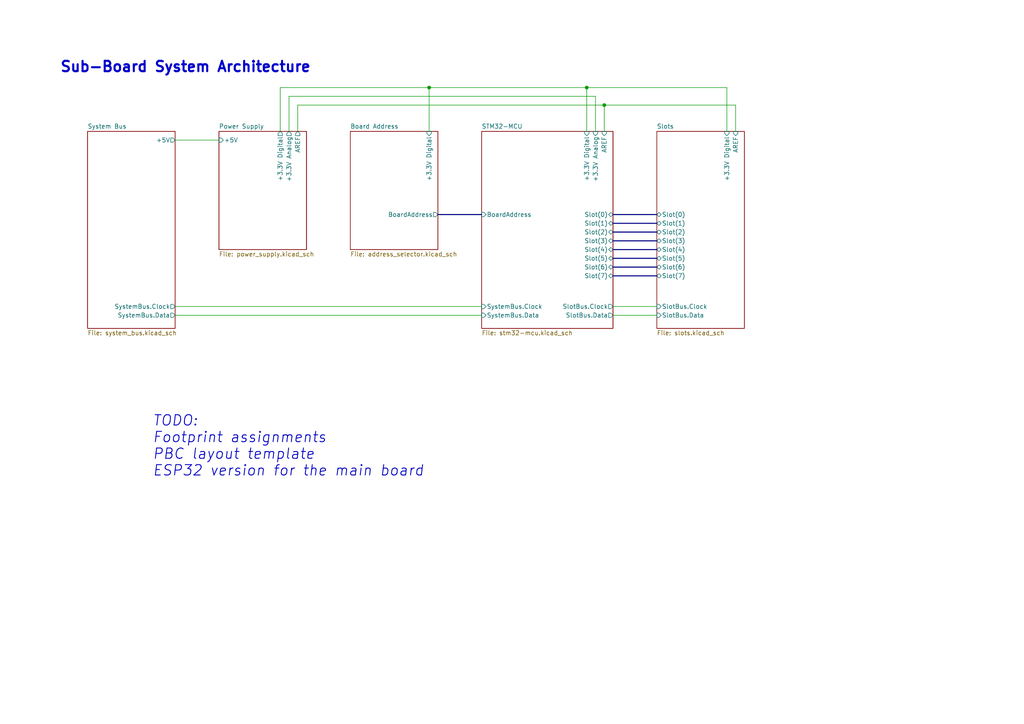
<source format=kicad_sch>
(kicad_sch
	(version 20250114)
	(generator "eeschema")
	(generator_version "9.0")
	(uuid "f9cf8dcb-b299-4fad-bb24-e1dfd3a00b1a")
	(paper "A4")
	(title_block
		(title "Modular Music Controller – Template")
		(date "2025-11-01")
		(rev "1")
		(company "Dennis Schulmeister-Zimolong")
	)
	(lib_symbols)
	(text "Sub-Board System Architecture"
		(exclude_from_sim no)
		(at 17.272 17.78 0)
		(effects
			(font
				(size 3 3)
				(thickness 0.6)
				(bold yes)
			)
			(justify left top)
		)
		(uuid "4e297d83-fae7-48fc-8cba-adc0d89d5c70")
	)
	(text "TODO:\nFootprint assignments\nPBC layout template\nESP32 version for the main board"
		(exclude_from_sim no)
		(at 44.196 120.396 0)
		(effects
			(font
				(size 3 3)
				(thickness 0.254)
				(bold yes)
				(italic yes)
			)
			(justify left top)
		)
		(uuid "5070a027-cb84-4a1e-b210-11ab28629c48")
	)
	(junction
		(at 124.46 25.4)
		(diameter 0)
		(color 0 0 0 0)
		(uuid "653d473d-b6f4-452d-9d51-f230a29f936c")
	)
	(junction
		(at 170.18 25.4)
		(diameter 0)
		(color 0 0 0 0)
		(uuid "7a91ef29-50d2-4806-ae08-c7fbd01cf080")
	)
	(junction
		(at 175.26 30.48)
		(diameter 0)
		(color 0 0 0 0)
		(uuid "df7fdf72-5cc7-489c-a5f7-9bb2c42a8beb")
	)
	(wire
		(pts
			(xy 170.18 25.4) (xy 210.82 25.4)
		)
		(stroke
			(width 0)
			(type default)
		)
		(uuid "0ac54140-14fd-4b00-a828-45ae0592503b")
	)
	(wire
		(pts
			(xy 170.18 25.4) (xy 170.18 38.1)
		)
		(stroke
			(width 0)
			(type default)
		)
		(uuid "1215b227-43df-4fbd-9ab2-2c8616f848cb")
	)
	(wire
		(pts
			(xy 50.8 40.64) (xy 63.5 40.64)
		)
		(stroke
			(width 0)
			(type default)
		)
		(uuid "15420ad0-171f-427e-a4c8-66a28499b28f")
	)
	(wire
		(pts
			(xy 175.26 30.48) (xy 213.36 30.48)
		)
		(stroke
			(width 0)
			(type default)
		)
		(uuid "21546f7b-247c-45ab-aa30-5d26dd81f55b")
	)
	(wire
		(pts
			(xy 177.8 88.9) (xy 190.5 88.9)
		)
		(stroke
			(width 0)
			(type default)
		)
		(uuid "3230edd7-3013-4082-9fc1-5d8d65b3e2e3")
	)
	(wire
		(pts
			(xy 213.36 30.48) (xy 213.36 38.1)
		)
		(stroke
			(width 0)
			(type default)
		)
		(uuid "5400b5f1-668a-4a10-9d02-6e8e20f08592")
	)
	(wire
		(pts
			(xy 81.28 38.1) (xy 81.28 25.4)
		)
		(stroke
			(width 0)
			(type default)
		)
		(uuid "56ac0516-f3bc-4d2a-9b9b-bf5b03ed4463")
	)
	(wire
		(pts
			(xy 50.8 88.9) (xy 139.7 88.9)
		)
		(stroke
			(width 0)
			(type default)
		)
		(uuid "5c23e83c-d8b7-482b-ab99-78928e388c45")
	)
	(wire
		(pts
			(xy 172.72 38.1) (xy 172.72 27.94)
		)
		(stroke
			(width 0)
			(type default)
		)
		(uuid "60f8e575-1546-4c44-a7dd-4f6372332cdd")
	)
	(wire
		(pts
			(xy 210.82 25.4) (xy 210.82 38.1)
		)
		(stroke
			(width 0)
			(type default)
		)
		(uuid "63b9301f-6888-4c8b-a07e-f843a464e5e8")
	)
	(bus
		(pts
			(xy 127 62.23) (xy 139.7 62.23)
		)
		(stroke
			(width 0)
			(type default)
		)
		(uuid "6f0b1e0f-d80d-4b40-860a-d1517012b3d2")
	)
	(bus
		(pts
			(xy 177.8 80.01) (xy 190.5 80.01)
		)
		(stroke
			(width 0)
			(type default)
		)
		(uuid "7715e0e2-cc04-4963-81ba-6c7febf12e8a")
	)
	(bus
		(pts
			(xy 177.8 72.39) (xy 190.5 72.39)
		)
		(stroke
			(width 0)
			(type default)
		)
		(uuid "7af43a7b-783c-4e7c-93fa-e2e61dba3bfa")
	)
	(wire
		(pts
			(xy 124.46 25.4) (xy 124.46 38.1)
		)
		(stroke
			(width 0)
			(type default)
		)
		(uuid "8403fda5-5c67-4f80-b5d9-bd35fd0db08a")
	)
	(bus
		(pts
			(xy 177.8 67.31) (xy 190.5 67.31)
		)
		(stroke
			(width 0)
			(type default)
		)
		(uuid "89cc6c3b-968b-4e7e-b904-f8dcbe31f142")
	)
	(bus
		(pts
			(xy 177.8 74.93) (xy 190.5 74.93)
		)
		(stroke
			(width 0)
			(type default)
		)
		(uuid "8db19a69-4d4b-46fa-b5a7-858c771cdd90")
	)
	(wire
		(pts
			(xy 81.28 25.4) (xy 124.46 25.4)
		)
		(stroke
			(width 0)
			(type default)
		)
		(uuid "91d4d47d-7b22-422f-98af-752c30189fa9")
	)
	(wire
		(pts
			(xy 177.8 91.44) (xy 190.5 91.44)
		)
		(stroke
			(width 0)
			(type default)
		)
		(uuid "9669b872-9f4f-44a7-86fc-e401296948c2")
	)
	(wire
		(pts
			(xy 83.82 27.94) (xy 83.82 38.1)
		)
		(stroke
			(width 0)
			(type default)
		)
		(uuid "986ccde3-d3d2-4c74-aa01-0761cac55ebd")
	)
	(wire
		(pts
			(xy 86.36 38.1) (xy 86.36 30.48)
		)
		(stroke
			(width 0)
			(type default)
		)
		(uuid "9cda4f9f-40ff-4114-87cb-d5eef9da6d15")
	)
	(wire
		(pts
			(xy 175.26 30.48) (xy 175.26 38.1)
		)
		(stroke
			(width 0)
			(type default)
		)
		(uuid "b60f2003-399a-48fa-b423-b34f60e2f81e")
	)
	(bus
		(pts
			(xy 177.8 77.47) (xy 190.5 77.47)
		)
		(stroke
			(width 0)
			(type default)
		)
		(uuid "b7d4ea2c-1833-482e-9b84-a708fb94b3be")
	)
	(wire
		(pts
			(xy 124.46 25.4) (xy 170.18 25.4)
		)
		(stroke
			(width 0)
			(type default)
		)
		(uuid "c64d4f76-87da-4dd5-b173-305c1351a5ba")
	)
	(bus
		(pts
			(xy 177.8 69.85) (xy 190.5 69.85)
		)
		(stroke
			(width 0)
			(type default)
		)
		(uuid "d9f88646-8547-4896-b095-5960c77e3ac0")
	)
	(wire
		(pts
			(xy 86.36 30.48) (xy 175.26 30.48)
		)
		(stroke
			(width 0)
			(type default)
		)
		(uuid "da56e9b7-429b-41c6-b99a-b6f8d57d94bb")
	)
	(bus
		(pts
			(xy 177.8 64.77) (xy 190.5 64.77)
		)
		(stroke
			(width 0)
			(type default)
		)
		(uuid "dca1d601-8a46-41cc-9bdf-11c87894c8f1")
	)
	(wire
		(pts
			(xy 50.8 91.44) (xy 139.7 91.44)
		)
		(stroke
			(width 0)
			(type default)
		)
		(uuid "e7fc5e1f-cf31-4693-832f-4c3e72da7f24")
	)
	(bus
		(pts
			(xy 177.8 62.23) (xy 190.5 62.23)
		)
		(stroke
			(width 0)
			(type default)
		)
		(uuid "e91fa278-40d9-4b3f-8147-fffac83e5f12")
	)
	(wire
		(pts
			(xy 172.72 27.94) (xy 83.82 27.94)
		)
		(stroke
			(width 0)
			(type default)
		)
		(uuid "f220d126-ddf1-4c53-a1d9-31d7fc6c6e3e")
	)
	(sheet
		(at 101.6 38.1)
		(size 25.4 34.29)
		(exclude_from_sim no)
		(in_bom yes)
		(on_board yes)
		(dnp no)
		(fields_autoplaced yes)
		(stroke
			(width 0.1524)
			(type solid)
		)
		(fill
			(color 0 0 0 0.0000)
		)
		(uuid "0d3a9f9f-f57a-40a2-884d-240f1a33dfd6")
		(property "Sheetname" "Board Address"
			(at 101.6 37.3884 0)
			(effects
				(font
					(size 1.27 1.27)
				)
				(justify left bottom)
			)
		)
		(property "Sheetfile" "address_selector.kicad_sch"
			(at 101.6 72.9746 0)
			(effects
				(font
					(size 1.27 1.27)
				)
				(justify left top)
			)
		)
		(pin "+3.3V Digital" input
			(at 124.46 38.1 90)
			(uuid "6b0a8222-64e0-4fa7-9c4b-f51e878507a8")
			(effects
				(font
					(size 1.27 1.27)
				)
				(justify right)
			)
		)
		(pin "BoardAddress" output
			(at 127 62.23 0)
			(uuid "5822b72d-888f-49b4-8588-e2cfaea0acf7")
			(effects
				(font
					(size 1.27 1.27)
				)
				(justify right)
			)
		)
		(instances
			(project "Sub-Board"
				(path "/f9cf8dcb-b299-4fad-bb24-e1dfd3a00b1a"
					(page "4")
				)
			)
		)
	)
	(sheet
		(at 63.5 38.1)
		(size 25.4 34.29)
		(exclude_from_sim no)
		(in_bom yes)
		(on_board yes)
		(dnp no)
		(fields_autoplaced yes)
		(stroke
			(width 0.1524)
			(type solid)
		)
		(fill
			(color 0 0 0 0.0000)
		)
		(uuid "67d6849d-c619-4fbf-9b28-62bd1b7fad7b")
		(property "Sheetname" "Power Supply"
			(at 63.5 37.3884 0)
			(effects
				(font
					(size 1.27 1.27)
				)
				(justify left bottom)
			)
		)
		(property "Sheetfile" "power_supply.kicad_sch"
			(at 63.5 72.9746 0)
			(effects
				(font
					(size 1.27 1.27)
				)
				(justify left top)
			)
		)
		(pin "+3.3V Digital" output
			(at 81.28 38.1 90)
			(uuid "7398635b-d742-4a25-8f07-74f617a2e935")
			(effects
				(font
					(size 1.27 1.27)
				)
				(justify right)
			)
		)
		(pin "AREF" output
			(at 86.36 38.1 90)
			(uuid "e22ef7a5-5e14-4002-8124-4d63cf1755bf")
			(effects
				(font
					(size 1.27 1.27)
				)
				(justify right)
			)
		)
		(pin "+5V" input
			(at 63.5 40.64 180)
			(uuid "1ff9cd1f-f6a0-4a7c-8cff-29f661474754")
			(effects
				(font
					(size 1.27 1.27)
				)
				(justify left)
			)
		)
		(pin "+3.3V Analog" output
			(at 83.82 38.1 90)
			(uuid "261c8c55-d616-4629-a850-20c152325ca2")
			(effects
				(font
					(size 1.27 1.27)
				)
				(justify right)
			)
		)
		(instances
			(project "Sub-Board"
				(path "/f9cf8dcb-b299-4fad-bb24-e1dfd3a00b1a"
					(page "3")
				)
			)
		)
	)
	(sheet
		(at 190.5 38.1)
		(size 25.4 57.15)
		(exclude_from_sim no)
		(in_bom yes)
		(on_board yes)
		(dnp no)
		(fields_autoplaced yes)
		(stroke
			(width 0.1524)
			(type solid)
		)
		(fill
			(color 0 0 0 0.0000)
		)
		(uuid "ab7b82b4-1aa0-4f6e-8727-84bfead47e04")
		(property "Sheetname" "Slots"
			(at 190.5 37.3884 0)
			(effects
				(font
					(size 1.27 1.27)
				)
				(justify left bottom)
			)
		)
		(property "Sheetfile" "slots.kicad_sch"
			(at 190.5 95.8346 0)
			(effects
				(font
					(size 1.27 1.27)
				)
				(justify left top)
			)
		)
		(pin "Slot(0)" bidirectional
			(at 190.5 62.23 180)
			(uuid "9922b4eb-a344-4b95-996f-d11cd61b6287")
			(effects
				(font
					(size 1.27 1.27)
				)
				(justify left)
			)
		)
		(pin "Slot(6)" bidirectional
			(at 190.5 77.47 180)
			(uuid "55b01894-0347-4109-9498-5c49ab74a76b")
			(effects
				(font
					(size 1.27 1.27)
				)
				(justify left)
			)
		)
		(pin "Slot(4)" bidirectional
			(at 190.5 72.39 180)
			(uuid "3a07efeb-7f76-4656-ae7c-daf6de431861")
			(effects
				(font
					(size 1.27 1.27)
				)
				(justify left)
			)
		)
		(pin "Slot(5)" bidirectional
			(at 190.5 74.93 180)
			(uuid "ba06627f-9015-4a46-b252-4dc5e47c2687")
			(effects
				(font
					(size 1.27 1.27)
				)
				(justify left)
			)
		)
		(pin "Slot(2)" bidirectional
			(at 190.5 67.31 180)
			(uuid "0e15f7be-01ad-408d-940e-33ed94ea9d67")
			(effects
				(font
					(size 1.27 1.27)
				)
				(justify left)
			)
		)
		(pin "Slot(3)" bidirectional
			(at 190.5 69.85 180)
			(uuid "59244c86-cbad-4c53-8b2c-92fc97b154ee")
			(effects
				(font
					(size 1.27 1.27)
				)
				(justify left)
			)
		)
		(pin "SlotBus.Clock" input
			(at 190.5 88.9 180)
			(uuid "9b7f7954-51d2-4812-880b-87de5337d7ca")
			(effects
				(font
					(size 1.27 1.27)
				)
				(justify left)
			)
		)
		(pin "Slot(7)" bidirectional
			(at 190.5 80.01 180)
			(uuid "ca5006e4-222a-4934-b558-adf6af08cb11")
			(effects
				(font
					(size 1.27 1.27)
				)
				(justify left)
			)
		)
		(pin "+3.3V Digital" input
			(at 210.82 38.1 90)
			(uuid "2897efc9-bedb-430a-8432-b0b618ff94d1")
			(effects
				(font
					(size 1.27 1.27)
				)
				(justify right)
			)
		)
		(pin "AREF" input
			(at 213.36 38.1 90)
			(uuid "9528d839-94a4-45b1-ab3d-bb7bc702bfe3")
			(effects
				(font
					(size 1.27 1.27)
				)
				(justify right)
			)
		)
		(pin "SlotBus.Data" input
			(at 190.5 91.44 180)
			(uuid "0280b497-b295-40b2-8631-b480d107c4b5")
			(effects
				(font
					(size 1.27 1.27)
				)
				(justify left)
			)
		)
		(pin "Slot(1)" bidirectional
			(at 190.5 64.77 180)
			(uuid "84b61f86-163a-427a-9943-edc33e44fb16")
			(effects
				(font
					(size 1.27 1.27)
				)
				(justify left)
			)
		)
		(instances
			(project "Sub-Board"
				(path "/f9cf8dcb-b299-4fad-bb24-e1dfd3a00b1a"
					(page "6")
				)
			)
		)
	)
	(sheet
		(at 139.7 38.1)
		(size 38.1 57.15)
		(exclude_from_sim no)
		(in_bom yes)
		(on_board yes)
		(dnp no)
		(fields_autoplaced yes)
		(stroke
			(width 0.1524)
			(type solid)
		)
		(fill
			(color 0 0 0 0.0000)
		)
		(uuid "af464ea0-7d15-463a-8e73-bf1e691932bb")
		(property "Sheetname" "STM32-MCU"
			(at 139.7 37.3884 0)
			(effects
				(font
					(size 1.27 1.27)
				)
				(justify left bottom)
			)
		)
		(property "Sheetfile" "stm32-mcu.kicad_sch"
			(at 139.7 95.8346 0)
			(effects
				(font
					(size 1.27 1.27)
				)
				(justify left top)
			)
		)
		(pin "+3.3V Digital" input
			(at 170.18 38.1 90)
			(uuid "b89a219f-4c13-4cbf-a4c4-f3c6195722af")
			(effects
				(font
					(size 1.27 1.27)
				)
				(justify right)
			)
		)
		(pin "SystemBus.Clock" input
			(at 139.7 88.9 180)
			(uuid "caa219dc-4690-4ea4-9fb7-1f47790de3cd")
			(effects
				(font
					(size 1.27 1.27)
				)
				(justify left)
			)
		)
		(pin "AREF" input
			(at 175.26 38.1 90)
			(uuid "2d744355-8814-4078-bfcc-a0da63889049")
			(effects
				(font
					(size 1.27 1.27)
				)
				(justify right)
			)
		)
		(pin "SystemBus.Data" input
			(at 139.7 91.44 180)
			(uuid "b54944b3-3b0c-43de-8f52-687daf0e3361")
			(effects
				(font
					(size 1.27 1.27)
				)
				(justify left)
			)
		)
		(pin "SlotBus.Data" output
			(at 177.8 91.44 0)
			(uuid "7615370c-c8ce-4969-abc0-d3eea1326f7f")
			(effects
				(font
					(size 1.27 1.27)
				)
				(justify right)
			)
		)
		(pin "SlotBus.Clock" output
			(at 177.8 88.9 0)
			(uuid "6d8029df-fd4e-4591-a665-b3d870eecaf3")
			(effects
				(font
					(size 1.27 1.27)
				)
				(justify right)
			)
		)
		(pin "Slot(2)" bidirectional
			(at 177.8 67.31 0)
			(uuid "02ae1fd1-6238-4af6-84c1-eb52e5679655")
			(effects
				(font
					(size 1.27 1.27)
				)
				(justify right)
			)
		)
		(pin "Slot(0)" bidirectional
			(at 177.8 62.23 0)
			(uuid "c176b801-420c-471f-8627-67984220d93e")
			(effects
				(font
					(size 1.27 1.27)
				)
				(justify right)
			)
		)
		(pin "Slot(3)" bidirectional
			(at 177.8 69.85 0)
			(uuid "92ea735a-179c-469b-9732-88f6f4bd9dee")
			(effects
				(font
					(size 1.27 1.27)
				)
				(justify right)
			)
		)
		(pin "Slot(1)" bidirectional
			(at 177.8 64.77 0)
			(uuid "2baeabd4-70a6-41c9-9e03-6916266120e5")
			(effects
				(font
					(size 1.27 1.27)
				)
				(justify right)
			)
		)
		(pin "Slot(5)" bidirectional
			(at 177.8 74.93 0)
			(uuid "d39049b6-5cd8-4606-aa12-94fbf3f2c0b4")
			(effects
				(font
					(size 1.27 1.27)
				)
				(justify right)
			)
		)
		(pin "Slot(4)" bidirectional
			(at 177.8 72.39 0)
			(uuid "4666b306-f036-440d-bed5-7c0f4409e088")
			(effects
				(font
					(size 1.27 1.27)
				)
				(justify right)
			)
		)
		(pin "Slot(6)" bidirectional
			(at 177.8 77.47 0)
			(uuid "292d40b8-3e86-4f9e-8a68-c64fc55c772c")
			(effects
				(font
					(size 1.27 1.27)
				)
				(justify right)
			)
		)
		(pin "Slot(7)" bidirectional
			(at 177.8 80.01 0)
			(uuid "5bb6ce7d-791a-4387-88f7-ae83494188bc")
			(effects
				(font
					(size 1.27 1.27)
				)
				(justify right)
			)
		)
		(pin "BoardAddress" input
			(at 139.7 62.23 180)
			(uuid "99fec083-ec7c-4f19-8acd-5724a129974a")
			(effects
				(font
					(size 1.27 1.27)
				)
				(justify left)
			)
		)
		(pin "+3.3V Analog" input
			(at 172.72 38.1 90)
			(uuid "ba08f65f-8130-4994-bcfe-2b4573947fc5")
			(effects
				(font
					(size 1.27 1.27)
				)
				(justify right)
			)
		)
		(instances
			(project "Sub-Board"
				(path "/f9cf8dcb-b299-4fad-bb24-e1dfd3a00b1a"
					(page "5")
				)
			)
		)
	)
	(sheet
		(at 25.4 38.1)
		(size 25.4 57.15)
		(exclude_from_sim no)
		(in_bom yes)
		(on_board yes)
		(dnp no)
		(fields_autoplaced yes)
		(stroke
			(width 0.1524)
			(type solid)
		)
		(fill
			(color 0 0 0 0.0000)
		)
		(uuid "d0167bf7-b17f-436f-b5e0-bda90f6c3fc9")
		(property "Sheetname" "System Bus"
			(at 25.4 37.3884 0)
			(effects
				(font
					(size 1.27 1.27)
				)
				(justify left bottom)
			)
		)
		(property "Sheetfile" "system_bus.kicad_sch"
			(at 25.4 95.8346 0)
			(effects
				(font
					(size 1.27 1.27)
				)
				(justify left top)
			)
		)
		(pin "SystemBus.Clock" output
			(at 50.8 88.9 0)
			(uuid "022f61f3-e115-4f8e-ab10-5781f5d677e8")
			(effects
				(font
					(size 1.27 1.27)
				)
				(justify right)
			)
		)
		(pin "+5V" output
			(at 50.8 40.64 0)
			(uuid "da22308d-ee98-4045-8be8-7482a904923d")
			(effects
				(font
					(size 1.27 1.27)
				)
				(justify right)
			)
		)
		(pin "SystemBus.Data" output
			(at 50.8 91.44 0)
			(uuid "457e5268-1bab-472b-bfc2-de697d43556e")
			(effects
				(font
					(size 1.27 1.27)
				)
				(justify right)
			)
		)
		(instances
			(project "Sub-Board"
				(path "/f9cf8dcb-b299-4fad-bb24-e1dfd3a00b1a"
					(page "2")
				)
			)
		)
	)
	(sheet_instances
		(path "/"
			(page "1")
		)
	)
	(embedded_fonts no)
)

</source>
